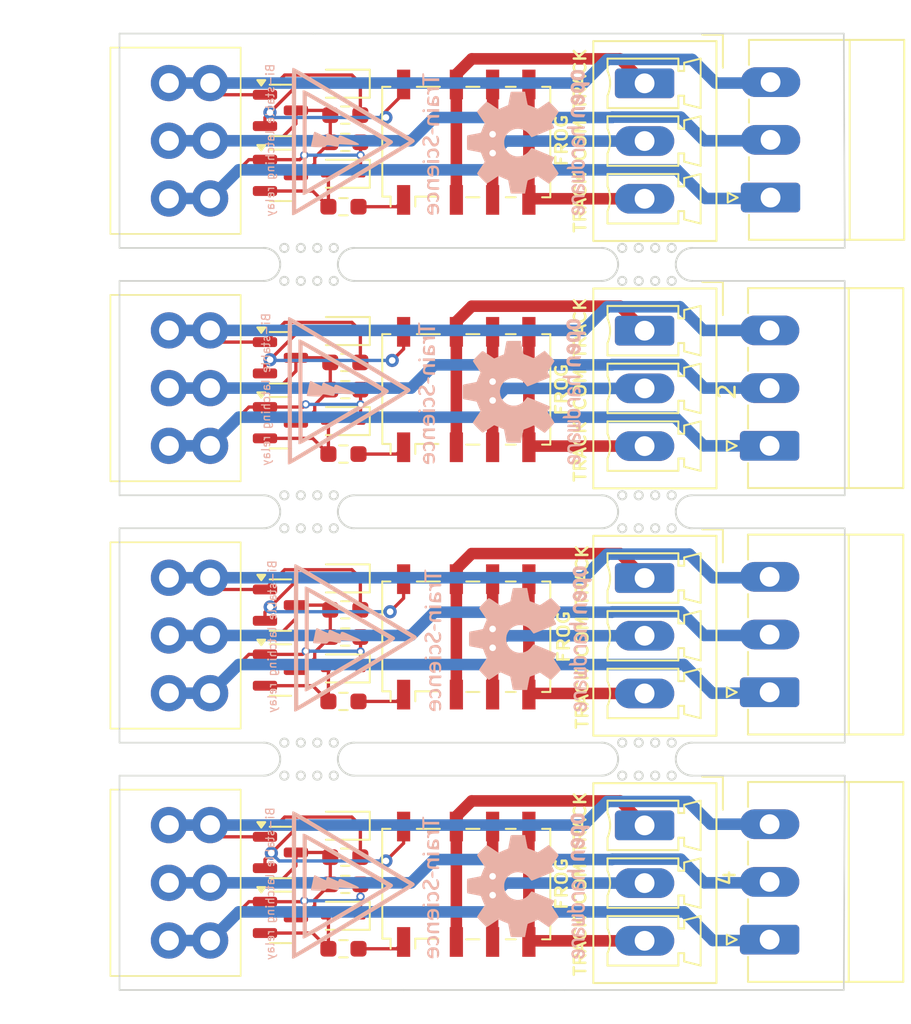
<source format=kicad_pcb>
(kicad_pcb (version 20240108) (generator "pcbnew") (generator_version "8.0")
  (layers (0 "F.Cu" signal) (31 "B.Cu" signal) (34 "B.Paste" user) (35 "F.Paste" user) (36 "B.SilkS" user "B.Silkscreen") (37 "F.SilkS" user "F.Silkscreen") (38 "B.Mask" user) (39 "F.Mask" user) (44 "Edge.Cuts" user))
  (net 0 "")
  (net 1 "/relay1/coilB")
  (net 2 "Net-(D1-A)")
  (net 3 "/relay1/coilA")
  (net 4 "Net-(D2-A)")
  (net 5 "/relay2/coilB")
  (net 6 "Net-(D3-A)")
  (net 7 "Net-(D4-A)")
  (net 8 "/relay2/coilA")
  (net 9 "Net-(D5-A)")
  (net 10 "/relay3/coilB")
  (net 11 "Net-(D6-A)")
  (net 12 "/relay3/coilA")
  (net 13 "/relay4/coilB")
  (net 14 "Net-(D7-A)")
  (net 15 "Net-(D8-A)")
  (net 16 "/relay4/coilA")
  (net 17 "/relay2/common")
  (net 18 "/relay1/common")
  (net 19 "/relay3/common")
  (net 20 "/relay4/common")
  (net 21 "/relay1/DCC_A")
  (net 22 "/relay1/DCC_B")
  (net 23 "Net-(J5-Pin_2)")
  (net 24 "/relay2/DCC_A")
  (net 25 "/relay2/DCC_B")
  (net 26 "Net-(J6-Pin_2)")
  (net 27 "Net-(J9-Pin_2)")
  (net 28 "/relay3/DCC_A")
  (net 29 "/relay3/DCC_B")
  (net 30 "/relay4/DCC_A")
  (net 31 "/relay4/DCC_B")
  (net 32 "Net-(J12-Pin_2)")
  (net 33 "Net-(K1-Pad1)")
  (net 34 "Net-(K2-Pad1)")
  (net 35 "Net-(K3-Pad1)")
  (net 36 "Net-(K4-Pad1)")
  (footprint "custom_kicad_lib_sk:mousebite" (layer "F.Cu") (at 113.5 86)
    (property "Reference" "REF**" (hide yes))
    (property "Value" "mousebite")
    (fp_arc (start -2.75 -1) (mid -1.75 0) (end -2.75 1) (stroke (width 0.12)) (layer "Edge.Cuts"))
    (fp_arc (start 2.75 1) (mid 1.75 0) (end 2.75 -1) (stroke (width 0.12)) (layer "Edge.Cuts"))
    (fp_circle (center -1.5 -1) (end -1.25 -1) (stroke (width 0.12)) (fill none) (layer "Edge.Cuts"))
    (fp_circle (center -1.5 1) (end -1.25 1) (stroke (width 0.12)) (fill none) (layer "Edge.Cuts"))
    (fp_circle (center -0.5 -1) (end -0.25 -1) (stroke (width 0.12)) (fill none) (layer "Edge.Cuts"))
    (fp_circle (center -0.5 1) (end -0.25 1) (stroke (width 0.12)) (fill none) (layer "Edge.Cuts"))
    (fp_circle (center 0.5 -1) (end 0.75 -1) (stroke (width 0.12)) (fill none) (layer "Edge.Cuts"))
    (fp_circle (center 0.5 1) (end 0.75 1) (stroke (width 0.12)) (fill none) (layer "Edge.Cuts"))
    (fp_circle (center 1.5 -1) (end 1.75 -1) (stroke (width 0.12)) (fill none) (layer "Edge.Cuts"))
    (fp_circle (center 1.5 1) (end 1.75 1) (stroke (width 0.12)) (fill none) (layer "Edge.Cuts"))
  )
  (footprint "custom_kicad_lib_sk:R_0603_smalltext" (layer "F.Cu") (at 95.0875 82.5)
    (property "Reference" "R9" (hide yes))
    (property "Value" "680R")
  )
  (footprint "Diode_SMD:D_SOD-323" (layer "F.Cu") (at 95.074 90.039 180)
    (property "Reference" "D3" (hide yes))
    (property "Value" "1N4148WS")
  )
  (footprint "Connector_Phoenix_MC:PhoenixContact_MC_1,5_3-G-3.5_1x03_P3.50mm_Horizontal" (layer "F.Cu") (at 120.943 111.945 90)
    (property "Reference" "J8" (hide yes))
    (property "Value" "Screw_Terminal_01x03" (hide yes))
  )
  (footprint "custom_kicad_lib_sk:R_0603_smalltext" (layer "F.Cu") (at 95.0875 112.5)
    (property "Reference" "R11" (hide yes))
    (property "Value" "680R")
  )
  (footprint "Connector_Phoenix_MC:PhoenixContact_MCV_1,5_3-G-3.5_1x03_P3.50mm_Vertical" (layer "F.Cu") (at 113.3575 120.0175 -90)
    (property "Reference" "J12" (hide yes))
    (property "Value" "Screw_Terminal_01x03")
  )
  (footprint "custom_kicad_lib_sk:mousebite" (layer "F.Cu") (at 113.5 116)
    (property "Reference" "REF**" (hide yes))
    (property "Value" "mousebite")
    (fp_arc (start -2.75 -1) (mid -1.75 0) (end -2.75 1) (stroke (width 0.12)) (layer "Edge.Cuts"))
    (fp_arc (start 2.75 1) (mid 1.75 0) (end 2.75 -1) (stroke (width 0.12)) (layer "Edge.Cuts"))
    (fp_circle (center -1.5 -1) (end -1.25 -1) (stroke (width 0.12)) (fill none) (layer "Edge.Cuts"))
    (fp_circle (center -1.5 1) (end -1.25 1) (stroke (width 0.12)) (fill none) (layer "Edge.Cuts"))
    (fp_circle (center -0.5 -1) (end -0.25 -1) (stroke (width 0.12)) (fill none) (layer "Edge.Cuts"))
    (fp_circle (center -0.5 1) (end -0.25 1) (stroke (width 0.12)) (fill none) (layer "Edge.Cuts"))
    (fp_circle (center 0.5 -1) (end 0.75 -1) (stroke (width 0.12)) (fill none) (layer "Edge.Cuts"))
    (fp_circle (center 0.5 1) (end 0.75 1) (stroke (width 0.12)) (fill none) (layer "Edge.Cuts"))
    (fp_circle (center 1.5 -1) (end 1.75 -1) (stroke (width 0.12)) (fill none) (layer "Edge.Cuts"))
    (fp_circle (center 1.5 1) (end 1.75 1) (stroke (width 0.12)) (fill none) (layer "Edge.Cuts"))
  )
  (footprint "Relay_SMD:Relay_DPDT_Omron_G6K-2F-Y" (layer "F.Cu") (at 102.5375 123.587 90)
    (property "Reference" "K4" (hide yes))
    (property "Value" "G6KU-2")
  )
  (footprint "custom_kicad_lib_sk:R_0603_smalltext" (layer "F.Cu") (at 95.201 121.944)
    (property "Reference" "R7" (hide yes))
    (property "Value" "22k")
  )
  (footprint "Package_TO_SOT_SMD:SOT-23" (layer "F.Cu") (at 91.264 76.66)
    (property "Reference" "Q1" (hide yes))
    (property "Value" "NPN_TOR")
  )
  (footprint "Connector_Phoenix_MC:PhoenixContact_MCV_1,5_3-G-3.5_1x03_P3.50mm_Vertical" (layer "F.Cu") (at 113.3575 75.0175 -90)
    (property "Reference" "J5" (hide yes))
    (property "Value" "Screw_Terminal_01x03")
  )
  (footprint "Package_TO_SOT_SMD:SOT-23" (layer "F.Cu") (at 91.264 106.66)
    (property "Reference" "Q5" (hide yes))
    (property "Value" "NPN_TOR")
  )
  (footprint "custom_kicad_lib_sk:R_0603_smalltext" (layer "F.Cu") (at 95.201 78.595)
    (property "Reference" "R2" (hide yes))
    (property "Value" "22k")
  )
  (footprint "Package_TO_SOT_SMD:SOT-23" (layer "F.Cu") (at 91.264 121.66)
    (property "Reference" "Q7" (hide yes))
    (property "Value" "NPN_TOR")
  )
  (footprint "Package_TO_SOT_SMD:SOT-23" (layer "F.Cu") (at 91.264 91.66)
    (property "Reference" "Q3" (hide yes))
    (property "Value" "NPN_TOR")
  )
  (footprint "Connector_Phoenix_MC:PhoenixContact_MCV_1,5_3-G-3.5_1x03_P3.50mm_Vertical" (layer "F.Cu") (at 113.3575 90.0175 -90)
    (property "Reference" "J6" (hide yes))
    (property "Value" "Screw_Terminal_01x03")
  )
  (footprint "custom_kicad_lib_sk:R_0603_smalltext" (layer "F.Cu") (at 95.201 108.595)
    (property "Reference" "R6" (hide yes))
    (property "Value" "22k")
  )
  (footprint "custom_kicad_lib_sk:R_0603_smalltext" (layer "F.Cu") (at 95.201 76.944)
    (property "Reference" "R1" (hide yes))
    (property "Value" "22k")
  )
  (footprint "Diode_SMD:D_SOD-323" (layer "F.Cu") (at 95.074 75.039 180)
    (property "Reference" "D1" (hide yes))
    (property "Value" "1N4148WS")
  )
  (footprint "custom_kicad_lib_sk:R_0603_smalltext" (layer "F.Cu") (at 95.201 106.944)
    (property "Reference" "R5" (hide yes))
    (property "Value" "22k")
  )
  (footprint "Diode_SMD:D_SOD-323" (layer "F.Cu") (at 95.074 95.5 180)
    (property "Reference" "D4" (hide yes))
    (property "Value" "1N4148WS")
  )
  (footprint "custom_kicad_lib_sk:connector_3.50mm_3P horizontal_MALE" (layer "F.Cu") (at 87 123.5 -90)
    (property "Reference" "J10" (hide yes))
    (property "Value" "Screw_Terminal_01x03" (hide yes))
  )
  (footprint "Connector_Phoenix_MC:PhoenixContact_MC_1,5_3-G-3.5_1x03_P3.50mm_Horizontal" (layer "F.Cu") (at 120.943 126.945 90)
    (property "Reference" "J11" (hide yes))
    (property "Value" "Screw_Terminal_01x03" (hide yes))
  )
  (footprint "Package_TO_SOT_SMD:SOT-23" (layer "F.Cu") (at 91.264 110.597)
    (property "Reference" "Q6" (hide yes))
    (property "Value" "NPN_TOR")
  )
  (footprint "Relay_SMD:Relay_DPDT_Omron_G6K-2F-Y" (layer "F.Cu") (at 102.5375 108.587 90)
    (property "Reference" "K3" (hide yes))
    (property "Value" "G6KU-2")
  )
  (footprint "Diode_SMD:D_SOD-323" (layer "F.Cu") (at 95.074 80.5 180)
    (property "Reference" "D2" (hide yes))
    (property "Value" "1N4148WS")
  )
  (footprint "custom_kicad_lib_sk:R_0603_smalltext" (layer "F.Cu") (at 95.0875 97.5)
    (property "Reference" "R10" (hide yes))
    (property "Value" "680R")
  )
  (footprint "Connector_Phoenix_MC:PhoenixContact_MC_1,5_3-G-3.5_1x03_P3.50mm_Horizontal" (layer "F.Cu") (at 120.943 97 90)
    (property "Reference" "J4" (hide yes))
    (property "Value" "Screw_Terminal_01x03" (hide yes))
  )
  (footprint "Diode_SMD:D_SOD-323" (layer "F.Cu") (at 95.074 120.039 180)
    (property "Reference" "D7" (hide yes))
    (property "Value" "1N4148WS")
  )
  (footprint "custom_kicad_lib_sk:mousebite" (layer "F.Cu") (at 113.5 101)
    (property "Reference" "REF**" (hide yes))
    (property "Value" "mousebite")
    (fp_arc (start -2.75 -1) (mid -1.75 0) (end -2.75 1) (stroke (width 0.12)) (layer "Edge.Cuts"))
    (fp_arc (start 2.75 1) (mid 1.75 0) (end 2.75 -1) (stroke (width 0.12)) (layer "Edge.Cuts"))
    (fp_circle (center -1.5 -1) (end -1.25 -1) (stroke (width 0.12)) (fill none) (layer "Edge.Cuts"))
    (fp_circle (center -1.5 1) (end -1.25 1) (stroke (width 0.12)) (fill none) (layer "Edge.Cuts"))
    (fp_circle (center -0.5 -1) (end -0.25 -1) (stroke (width 0.12)) (fill none) (layer "Edge.Cuts"))
    (fp_circle (center -0.5 1) (end -0.25 1) (stroke (width 0.12)) (fill none) (layer "Edge.Cuts"))
    (fp_circle (center 0.5 -1) (end 0.75 -1) (stroke (width 0.12)) (fill none) (layer "Edge.Cuts"))
    (fp_circle (center 0.5 1) (end 0.75 1) (stroke (width 0.12)) (fill none) (layer "Edge.Cuts"))
    (fp_circle (center 1.5 -1) (end 1.75 -1) (stroke (width 0.12)) (fill none) (layer "Edge.Cuts"))
    (fp_circle (center 1.5 1) (end 1.75 1) (stroke (width 0.12)) (fill none) (layer "Edge.Cuts"))
  )
  (footprint "Connector_Phoenix_MC:PhoenixContact_MC_1,5_3-G-3.5_1x03_P3.50mm_Horizontal" (layer "F.Cu") (at 121 81.945 90)
    (property "Reference" "J3" (hide yes))
    (property "Value" "Screw_Terminal_01x03" (hide yes))
  )
  (footprint "custom_kicad_lib_sk:connector_3.50mm_3P horizontal_MALE" (layer "F.Cu") (at 87 108.5 -90)
    (property "Reference" "J7" (hide yes))
    (property "Value" "Screw_Terminal_01x03" (hide yes))
  )
  (footprint "Diode_SMD:D_SOD-323" (layer "F.Cu") (at 95.074 110.5 180)
    (property "Reference" "D6" (hide yes))
    (property "Value" "1N4148WS")
  )
  (footprint "Package_TO_SOT_SMD:SOT-23" (layer "F.Cu") (at 91.264 125.597)
    (property "Reference" "Q8" (hide yes))
    (property "Value" "NPN_TOR")
  )
  (footprint "custom_kicad_lib_sk:R_0603_smalltext" (layer "F.Cu") (at 95.201 91.944)
    (property "Reference" "R3" (hide yes))
    (property "Value" "22k")
  )
  (footprint "custom_kicad_lib_sk:R_0603_smalltext" (layer "F.Cu") (at 95.201 123.595)
    (property "Reference" "R8" (hide yes))
    (property "Value" "22k")
  )
  (footprint "Package_TO_SOT_SMD:SOT-23" (layer "F.Cu") (at 91.264 80.597)
    (property "Reference" "Q2" (hide yes))
    (property "Value" "NPN_TOR")
  )
  (footprint "Relay_SMD:Relay_DPDT_Omron_G6K-2F-Y" (layer "F.Cu") (at 102.5375 93.587 90)
    (property "Reference" "K2" (hide yes))
    (property "Value" "G6KU-2")
  )
  (footprint "custom_kicad_lib_sk:mousebite" (layer "F.Cu") (at 93 86)
    (property "Reference" "REF**" (hide yes))
    (property "Value" "mousebite")
    (fp_arc (start -2.75 -1) (mid -1.75 0) (end -2.75 1) (stroke (width 0.12)) (layer "Edge.Cuts"))
    (fp_arc (start 2.75 1) (mid 1.75 0) (end 2.75 -1) (stroke (width 0.12)) (layer "Edge.Cuts"))
    (fp_circle (center -1.5 -1) (end -1.25 -1) (stroke (width 0.12)) (fill none) (layer "Edge.Cuts"))
    (fp_circle (center -1.5 1) (end -1.25 1) (stroke (width 0.12)) (fill none) (layer "Edge.Cuts"))
    (fp_circle (center -0.5 -1) (end -0.25 -1) (stroke (width 0.12)) (fill none) (layer "Edge.Cuts"))
    (fp_circle (center -0.5 1) (end -0.25 1) (stroke (width 0.12)) (fill none) (layer "Edge.Cuts"))
    (fp_circle (center 0.5 -1) (end 0.75 -1) (stroke (width 0.12)) (fill none) (layer "Edge.Cuts"))
    (fp_circle (center 0.5 1) (end 0.75 1) (stroke (width 0.12)) (fill none) (layer "Edge.Cuts"))
    (fp_circle (center 1.5 -1) (end 1.75 -1) (stroke (width 0.12)) (fill none) (layer "Edge.Cuts"))
    (fp_circle (center 1.5 1) (end 1.75 1) (stroke (width 0.12)) (fill none) (layer "Edge.Cuts"))
  )
  (footprint "custom_kicad_lib_sk:mousebite" (layer "F.Cu") (at 93 116)
    (property "Reference" "REF**" (hide yes))
    (property "Value" "mousebite")
    (fp_arc (start -2.75 -1) (mid -1.75 0) (end -2.75 1) (stroke (width 0.12)) (layer "Edge.Cuts"))
    (fp_arc (start 2.75 1) (mid 1.75 0) (end 2.75 -1) (stroke (width 0.12)) (layer "Edge.Cuts"))
    (fp_circle (center -1.5 -1) (end -1.25 -1) (stroke (width 0.12)) (fill none) (layer "Edge.Cuts"))
    (fp_circle (center -1.5 1) (end -1.25 1) (stroke (width 0.12)) (fill none) (layer "Edge.Cuts"))
    (fp_circle (center -0.5 -1) (end -0.25 -1) (stroke (width 0.12)) (fill none) (layer "Edge.Cuts"))
    (fp_circle (center -0.5 1) (end -0.25 1) (stroke (width 0.12)) (fill none) (layer "Edge.Cuts"))
    (fp_circle (center 0.5 -1) (end 0.75 -1) (stroke (width 0.12)) (fill none) (layer "Edge.Cuts"))
    (fp_circle (center 0.5 1) (end 0.75 1) (stroke (width 0.12)) (fill none) (layer "Edge.Cuts"))
    (fp_circle (center 1.5 -1) (end 1.75 -1) (stroke (width 0.12)) (fill none) (layer "Edge.Cuts"))
    (fp_circle (center 1.5 1) (end 1.75 1) (stroke (width 0.12)) (fill none) (layer "Edge.Cuts"))
  )
  (footprint "Connector_Phoenix_MC:PhoenixContact_MCV_1,5_3-G-3.5_1x03_P3.50mm_Vertical" (layer "F.Cu") (at 113.3575 105.0175 -90)
    (property "Reference" "J9" (hide yes))
    (property "Value" "Screw_Terminal_01x03")
  )
  (footprint "Relay_SMD:Relay_DPDT_Omron_G6K-2F-Y" (layer "F.Cu") (at 102.5375 78.587 90)
    (property "Reference" "K1" (hide yes))
    (property "Value" "G6KU-2")
  )
  (footprint "Diode_SMD:D_SOD-323" (layer "F.Cu") (at 95.074 125.5 180)
    (property "Reference" "D8" (hide yes))
    (property "Value" "1N4148WS")
  )
  (footprint "Package_TO_SOT_SMD:SOT-23" (layer "F.Cu") (at 91.264 95.597)
    (property "Reference" "Q4" (hide yes))
    (property "Value" "NPN_TOR")
  )
  (footprint "custom_kicad_lib_sk:connector_3.50mm_3P horizontal_MALE" (layer "F.Cu") (at 87 93.5 -90)
    (property "Reference" "J1" (hide yes))
    (property "Value" "Screw_Terminal_01x03" (hide yes))
  )
  (footprint "custom_kicad_lib_sk:connector_3.50mm_3P horizontal_MALE" (layer "F.Cu") (at 87 78.5 -90)
    (property "Reference" "J2" (hide yes))
    (property "Value" "Screw_Terminal_01x03" (hide yes))
  )
  (footprint "Diode_SMD:D_SOD-323" (layer "F.Cu") (at 95.074 105.039 180)
    (property "Reference" "D5" (hide yes))
    (property "Value" "1N4148WS")
  )
  (footprint "custom_kicad_lib_sk:R_0603_smalltext" (layer "F.Cu") (at 95.201 93.595)
    (property "Reference" "R4" (hide yes))
    (property "Value" "22k")
  )
  (footprint "custom_kicad_lib_sk:mousebite" (layer "F.Cu") (at 93 101)
    (property "Reference" "REF**" (hide yes))
    (property "Value" "mousebite")
    (fp_arc (start -2.75 -1) (mid -1.75 0) (end -2.75 1) (stroke (width 0.12)) (layer "Edge.Cuts"))
    (fp_arc (start 2.75 1) (mid 1.75 0) (end 2.75 -1) (stroke (width 0.12)) (layer "Edge.Cuts"))
    (fp_circle (center -1.5 -1) (end -1.25 -1) (stroke (width 0.12)) (fill none) (layer "Edge.Cuts"))
    (fp_circle (center -1.5 1) (end -1.25 1) (stroke (width 0.12)) (fill none) (layer "Edge.Cuts"))
    (fp_circle (center -0.5 -1) (end -0.25 -1) (stroke (width 0.12)) (fill none) (layer "Edge.Cuts"))
    (fp_circle (center -0.5 1) (end -0.25 1) (stroke (width 0.12)) (fill none) (layer "Edge.Cuts"))
    (fp_circle (center 0.5 -1) (end 0.75 -1) (stroke (width 0.12)) (fill none) (layer "Edge.Cuts"))
    (fp_circle (center 0.5 1) (end 0.75 1) (stroke (width 0.12)) (fill none) (layer "Edge.Cuts"))
    (fp_circle (center 1.5 -1) (end 1.75 -1) (stroke (width 0.12)) (fill none) (layer "Edge.Cuts"))
    (fp_circle (center 1.5 1) (end 1.75 1) (stroke (width 0.12)) (fill none) (layer "Edge.Cuts"))
  )
  (footprint "custom_kicad_lib_sk:R_0603_smalltext" (layer "F.Cu") (at 95.0875 127.5)
    (property "Reference" "R12" (hide yes))
    (property "Value" "680R")
  )
  (footprint "Symbol:OSHW-Logo2_9.8x8mm_SilkScreen" (layer "B.Cu") (at 106.299 78.613 -90)
    (property "Reference" "REF**" (hide yes))
    (property "Value" "OSHW-Logo2_9.8x8mm_SilkScreen" (hide yes))
  )
  (footprint "custom_kicad_lib_sk:Train-Science logo small" (layer "B.Cu") (at 96.647 108.712 -90)
    (property "Reference" "G***" (hide yes))
    (property "Value" "LOGO" (hide yes))
  )
  (footprint "Symbol:OSHW-Logo2_9.8x8mm_SilkScreen" (layer "B.Cu") (at 106.299 123.698 -90)
    (property "Reference" "REF**" (hide yes))
    (property "Value" "OSHW-Logo2_9.8x8mm_SilkScreen" (hide yes))
  )
  (footprint "custom_kicad_lib_sk:Train-Science logo small" (layer "B.Cu") (at 96.266 93.726 -90)
    (property "Reference" "G***" (hide yes))
    (property "Value" "LOGO" (hide yes))
  )
  (footprint "Symbol:OSHW-Logo2_9.8x8mm_SilkScreen" (layer "B.Cu") (at 106.426 108.712 -90)
    (property "Reference" "REF**" (hide yes))
    (property "Value" "OSHW-Logo2_9.8x8mm_SilkScreen" (hide yes))
  )
  (footprint "custom_kicad_lib_sk:Train-Science logo small" (layer "B.Cu") (at 96.52 78.613 -90)
    (property "Reference" "G***" (hide yes))
    (property "Value" "LOGO" (hide yes))
  )
  (footprint "custom_kicad_lib_sk:Train-Science logo small" (layer "B.Cu") (at 96.52 123.698 -90)
    (property "Reference" "G***" (hide yes))
    (property "Value" "LOGO" (hide yes))
  )
  (footprint "Symbol:OSHW-Logo2_9.8x8mm_SilkScreen" (layer "B.Cu") (at 106.045 93.726 -90)
    (property "Reference" "REF**" (hide yes))
    (property "Value" "OSHW-Logo2_9.8x8mm_SilkScreen" (hide yes))
  )
  (gr_line (start 125.5 85) (end 125.443 72) (stroke (width 0.1)) (layer "Edge.Cuts"))
  (gr_line (start 90.25 85) (end 81.5 85) (stroke (width 0.1)) (layer "Edge.Cuts"))
  (gr_line (start 125.5 117) (end 125.443 130) (stroke (width 0.1)) (layer "Edge.Cuts"))
  (gr_line (start 116.25 87) (end 125.5 87) (stroke (width 0.1)) (layer "Edge.Cuts"))
  (gr_line (start 116.25 100) (end 125.5 100) (stroke (width 0.1)) (layer "Edge.Cuts"))
  (gr_line (start 81.5 72) (end 81.5 85) (stroke (width 0.1)) (layer "Edge.Cuts"))
  (gr_line (start 116.25 115) (end 125.5 115) (stroke (width 0.1)) (layer "Edge.Cuts"))
  (gr_line (start 81.5 117) (end 81.5 130) (stroke (width 0.1)) (layer "Edge.Cuts"))
  (gr_line (start 93.25 72) (end 125.443 72) (stroke (width 0.1)) (layer "Edge.Cuts"))
  (gr_line (start 81.5 87) (end 81.5 100) (stroke (width 0.1)) (layer "Edge.Cuts"))
  (gr_line (start 95.75 85) (end 110.75 85) (stroke (width 0.1)) (layer "Edge.Cuts"))
  (gr_line (start 95.75 115) (end 110.75 115) (stroke (width 0.1)) (layer "Edge.Cuts"))
  (gr_line (start 116.25 102) (end 125.5 102) (stroke (width 0.1)) (layer "Edge.Cuts"))
  (gr_line (start 95.75 102) (end 110.75 102) (stroke (width 0.1)) (layer "Edge.Cuts"))
  (gr_line (start 90.25 117) (end 81.5 117) (stroke (width 0.1)) (layer "Edge.Cuts"))
  (gr_line (start 116.25 85) (end 125.5 85) (stroke (width 0.1)) (layer "Edge.Cuts"))
  (gr_line (start 93.25 72) (end 81.5 72) (stroke (width 0.1)) (layer "Edge.Cuts"))
  (gr_line (start 125.5 115) (end 125.5 102) (stroke (width 0.1)) (layer "Edge.Cuts"))
  (gr_line (start 98.75 130) (end 108.5 130) (stroke (width 0.1)) (layer "Edge.Cuts"))
  (gr_line (start 95.75 87) (end 110.75 87) (stroke (width 0.1)) (layer "Edge.Cuts"))
  (gr_line (start 116.25 117) (end 125.5 117) (stroke (width 0.1)) (layer "Edge.Cuts"))
  (gr_line (start 95.75 117) (end 110.75 117) (stroke (width 0.1)) (layer "Edge.Cuts"))
  (gr_line (start 95.75 100) (end 110.75 100) (stroke (width 0.1)) (layer "Edge.Cuts"))
  (gr_line (start 90.25 115) (end 81.5 115) (stroke (width 0.1)) (layer "Edge.Cuts"))
  (gr_line (start 81.5 130) (end 98.75 130) (stroke (width 0.1)) (layer "Edge.Cuts"))
  (gr_line (start 90.25 100) (end 81.5 100) (stroke (width 0.1)) (layer "Edge.Cuts"))
  (gr_line (start 81.5 102) (end 81.5 115) (stroke (width 0.1)) (layer "Edge.Cuts"))
  (gr_line (start 90.25 87) (end 81.5 87) (stroke (width 0.1)) (layer "Edge.Cuts"))
  (gr_line (start 90.25 102) (end 81.5 102) (stroke (width 0.1)) (layer "Edge.Cuts"))
  (gr_line (start 125.5 100) (end 125.5 87) (stroke (width 0.1)) (layer "Edge.Cuts"))
  (gr_line (start 125.443 130) (end 108.5 130) (stroke (width 0.1)) (layer "Edge.Cuts"))
  (gr_text "Bi-stable latching relay" (at 90.932 73.787 90) (layer "B.SilkS") (effects (font (size 0.5 0.5) (thickness 0.075)) (justify left bottom mirror)))
  (gr_text "Bi-stable latching relay" (at 90.678 88.9 90) (layer "B.SilkS") (effects (font (size 0.5 0.5) (thickness 0.075)) (justify left bottom mirror)))
  (gr_text "Bi-stable latching relay" (at 90.932 118.872 90) (layer "B.SilkS") (effects (font (size 0.5 0.5) (thickness 0.075)) (justify left bottom mirror)))
  (gr_text "Bi-stable latching relay" (at 91.059 103.886 90) (layer "B.SilkS") (effects (font (size 0.5 0.5) (thickness 0.075)) (justify left bottom mirror)))
  (gr_text "FROG\nTRACK COM TRACK" (at 109.855 78.486 90) (layer "F.SilkS") (effects (font (size 0.7 0.8)) (justify bottom)))
  (gr_text "2" (at 118.943 93.714 90) (layer "F.SilkS") (effects (font (size 1 1)) (justify bottom)))
  (gr_text "FROG\nTRACK COM TRACK" (at 109.982 108.585 90) (layer "F.SilkS") (effects (font (size 0.7 0.8)) (justify bottom)))
  (gr_text "4" (at 118.943 123.214 90) (layer "F.SilkS") (effects (font (size 1 1)) (justify bottom)))
  (gr_text "FROG\nTRACK COM TRACK" (at 109.855 93.599 90) (layer "F.SilkS") (effects (font (size 0.7 0.8)) (justify bottom)))
  (gr_text "FROG\nTRACK COM TRACK" (at 109.855 123.571 90) (layer "F.SilkS") (effects (font (size 0.7 0.8)) (justify bottom)))
  (segment (start 96.1135 76.944) (end 96.1135 75.0495) (width 0.2) (layer "F.Cu") (net 1))
  (segment (start 90.3265 75.71) (end 87.71 75.71) (width 0.2) (layer "F.Cu") (net 1))
  (segment (start 87.71 75.71) (end 87 75) (width 0.2) (layer "F.Cu") (net 1))
  (segment (start 96.1135 75.0495) (end 96.124 75.039) (width 0.2) (layer "F.Cu") (net 1))
  (segment (start 91.5225 74.514) (end 95.599 74.514) (width 0.2) (layer "F.Cu") (net 1))
  (segment (start 90.3265 75.71) (end 91.5225 74.514) (width 0.2) (layer "F.Cu") (net 1))
  (segment (start 95.599 74.514) (end 96.124 75.039) (width 0.2) (layer "F.Cu") (net 1))
  (segment (start 120.943 75) (end 117.672 75) (width 0.7) (layer "B.Cu") (net 1))
  (segment (start 116.2395 73.5675) (end 111.0905 73.5675) (width 0.7) (layer "B.Cu") (net 1))
  (segment (start 109.658 75) (end 84.5 75) (width 0.7) (layer "B.Cu") (net 1))
  (segment (start 117.672 75) (end 116.2395 73.5675) (width 0.7) (layer "B.Cu") (net 1))
  (segment (start 111.0905 73.5675) (end 109.658 75) (width 0.7) (layer "B.Cu") (net 1))
  (segment (start 90.3265 77.088052) (end 90.3265 77.61) (width 0.2) (layer "F.Cu") (net 2))
  (segment (start 94.024 75.039) (end 92.375552 75.039) (width 0.2) (layer "F.Cu") (net 2))
  (segment (start 98.7375 75.6335) (end 97.663 76.708) (width 0.2) (layer "F.Cu") (net 2))
  (segment (start 97.663 76.708) (end 97.663 77.089) (width 0.2) (layer "F.Cu") (net 2))
  (segment (start 98.7375 75.087) (end 98.7375 75.6335) (width 0.2) (layer "F.Cu") (net 2))
  (segment (start 90.628776 76.785776) (end 90.3265 77.088052) (width 0.2) (layer "F.Cu") (net 2))
  (segment (start 92.375552 75.039) (end 90.628776 76.785776) (width 0.2) (layer "F.Cu") (net 2))
  (via (at 90.628776 76.785776) (size 0.8) (drill 0.4) (layers "F.Cu" "B.Cu") (net 2))
  (via (at 97.663 77.089) (size 0.8) (drill 0.4) (layers "F.Cu" "B.Cu") (net 2))
  (segment (start 97.663 77.089) (end 90.932 77.089) (width 0.2) (layer "B.Cu") (net 2))
  (segment (start 90.932 77.089) (end 90.628776 76.785776) (width 0.2) (layer "B.Cu") (net 2))
  (segment (start 92.438 79.647) (end 92.71 79.375) (width 0.2) (layer "F.Cu") (net 3))
  (segment (start 96.124 78.6055) (end 96.1135 78.595) (width 0.2) (layer "F.Cu") (net 3))
  (segment (start 90.3265 79.647) (end 89.353 79.647) (width 0.2) (layer "F.Cu") (net 3))
  (segment (start 90.3265 79.647) (end 92.438 79.647) (width 0.2) (layer "F.Cu") (net 3))
  (segment (start 89.353 79.647) (end 87 82) (width 0.2) (layer "F.Cu") (net 3))
  (segment (start 96.124 79.375) (end 96.124 78.6055) (width 0.2) (layer "F.Cu") (net 3))
  (segment (start 96.124 80.5) (end 96.124 79.375) (width 0.2) (layer "F.Cu") (net 3))
  (via (at 96.124 79.375) (size 0.5) (drill 0.3) (layers "F.Cu" "B.Cu") (net 3))
  (via (at 92.71 79.375) (size 0.5) (drill 0.3) (layers "F.Cu" "B.Cu") (net 3))
  (segment (start 115.316 80.264) (end 88.736 80.264) (width 0.7) (layer "B.Cu") (net 3))
  (segment (start 88.736 80.264) (end 87 82) (width 0.7) (layer "B.Cu") (net 3))
  (segment (start 117.052 82) (end 115.316 80.264) (width 0.7) (layer "B.Cu") (net 3))
  (segment (start 120.943 82) (end 117.052 82) (width 0.7) (layer "B.Cu") (net 3))
  (segment (start 92.71 79.375) (end 96.124 79.375) (width 0.2) (layer "B.Cu") (net 3))
  (segment (start 84.5 82) (end 87 82) (width 0.7) (layer "B.Cu") (net 3))
  (segment (start 93.222 81.547) (end 94.175 82.5) (width 0.2) (layer "F.Cu") (net 4))
  (segment (start 90.3265 81.547) (end 93.222 81.547) (width 0.2) (layer "F.Cu") (net 4))
  (segment (start 94.175 82.5) (end 94.175 80.651) (width 0.2) (layer "F.Cu") (net 4))
  (segment (start 94.175 80.651) (end 94.024 80.5) (width 0.2) (layer "F.Cu") (net 4))
  (segment (start 96.1135 90.0495) (end 96.124 90.039) (width 0.2) (layer "F.Cu") (net 5))
  (segment (start 91.5225 89.514) (end 95.599 89.514) (width 0.2) (layer "F.Cu") (net 5))
  (segment (start 95.599 89.514) (end 96.124 90.039) (width 0.2) (layer "F.Cu") (net 5))
  (segment (start 90.3265 90.71) (end 91.5225 89.514) (width 0.2) (layer "F.Cu") (net 5))
  (segment (start 96.1135 91.944) (end 96.1135 90.0495) (width 0.2) (layer "F.Cu") (net 5))
  (segment (start 87.71 90.71) (end 87 90) (width 0.2) (layer "F.Cu") (net 5))
  (segment (start 90.3265 90.71) (end 87.71 90.71) (width 0.2) (layer "F.Cu") (net 5))
  (segment (start 120.943 90) (end 116.924 90) (width 0.7) (layer "B.Cu") (net 5))
  (segment (start 111.0905 88.5675) (end 109.658 90) (width 0.7) (layer "B.Cu") (net 5))
  (segment (start 115.4915 88.5675) (end 111.0905 88.5675) (width 0.7) (layer "B.Cu") (net 5))
  (segment (start 116.924 90) (end 115.4915 88.5675) (width 0.7) (layer "B.Cu") (net 5))
  (segment (start 109.658 90) (end 84.5 90) (width 0.7) (layer "B.Cu") (net 5))
  (segment (start 94.024 90.039) (end 92.375552 90.039) (width 0.2) (layer "F.Cu") (net 6))
  (segment (start 98.7375 90.087) (end 98.7375 91.1275) (width 0.2) (layer "F.Cu") (net 6))
  (segment (start 92.375552 90.039) (end 90.635776 91.778776) (width 0.2) (layer "F.Cu") (net 6))
  (segment (start 90.635776 91.778776) (end 90.3265 92.088052) (width 0.2) (layer "F.Cu") (net 6))
  (segment (start 98.7375 91.1275) (end 98.044 91.821) (width 0.2) (layer "F.Cu") (net 6))
  (segment (start 90.3265 92.088052) (end 90.3265 92.61) (width 0.2) (layer "F.Cu") (net 6))
  (via (at 98.044 91.821) (size 0.8) (drill 0.4) (layers "F.Cu" "B.Cu") (net 6))
  (via (at 90.635776 91.778776) (size 0.8) (drill 0.4) (layers "F.Cu" "B.Cu") (net 6))
  (segment (start 90.678 91.821) (end 90.635776 91.778776) (width 0.2) (layer "B.Cu") (net 6))
  (segment (start 98.044 91.821) (end 90.678 91.821) (width 0.2) (layer "B.Cu") (net 6))
  (segment (start 94.175 95.651) (end 94.024 95.5) (width 0.2) (layer "F.Cu") (net 7))
  (segment (start 93.222 96.547) (end 94.175 97.5) (width 0.2) (layer "F.Cu") (net 7))
  (segment (start 94.175 97.5) (end 94.175 95.651) (width 0.2) (layer "F.Cu") (net 7))
  (segment (start 90.3265 96.547) (end 93.222 96.547) (width 0.2) (layer "F.Cu") (net 7))
  (segment (start 96.124 95.5) (end 96.124 94.488) (width 0.2) (layer "F.Cu") (net 8))
  (segment (start 96.124 93.6055) (end 96.1135 93.595) (width 0.2) (layer "F.Cu") (net 8))
  (segment (start 92.634508 94.647) (end 92.796104 94.485404) (width 0.2) (layer "F.Cu") (net 8))
  (segment (start 90.3265 94.647) (end 92.634508 94.647) (width 0.2) (layer "F.Cu") (net 8))
  (segment (start 96.124 94.488) (end 96.124 93.6055) (width 0.2) (layer "F.Cu") (net 8))
  (segment (start 89.353 94.647) (end 87 97) (width 0.2) (layer "F.Cu") (net 8))
  (segment (start 90.3265 94.647) (end 89.353 94.647) (width 0.2) (layer "F.Cu") (net 8))
  (via (at 96.124 94.488) (size 0.5) (drill 0.3) (layers "F.Cu" "B.Cu") (net 8))
  (via (at 92.796104 94.485404) (size 0.5) (drill 0.3) (layers "F.Cu" "B.Cu") (net 8))
  (segment (start 92.796104 94.485404) (end 96.121404 94.485404) (width 0.2) (layer "B.Cu") (net 8))
  (segment (start 115.203 95.264) (end 88.736 95.264) (width 0.7) (layer "B.Cu") (net 8))
  (segment (start 116.939 97) (end 115.203 95.264) (width 0.7) (layer "B.Cu") (net 8))
  (segment (start 84.5 97) (end 87 97) (width 0.7) (layer "B.Cu") (net 8))
  (segment (start 120.943 97) (end 116.939 97) (width 0.7) (layer "B.Cu") (net 8))
  (segment (start 88.736 95.264) (end 87 97) (width 0.7) (layer "B.Cu") (net 8))
  (segment (start 96.121404 94.485404) (end 96.124 94.488) (width 0.2) (layer "B.Cu") (net 8))
  (segment (start 94.024 105.039) (end 92.375552 105.039) (width 0.2) (layer "F.Cu") (net 9))
  (segment (start 98.7375 105.087) (end 98.7375 106.2405) (width 0.2) (layer "F.Cu") (net 9))
  (segment (start 92.375552 105.039) (end 90.642776 106.771776) (width 0.2) (layer "F.Cu") (net 9))
  (segment (start 90.3265 107.088052) (end 90.3265 107.61) (width 0.2) (layer "F.Cu") (net 9))
  (segment (start 90.642776 106.771776) (end 90.3265 107.088052) (width 0.2) (layer "F.Cu") (net 9))
  (segment (start 98.7375 106.2405) (end 97.917 107.061) (width 0.2) (layer "F.Cu") (net 9))
  (via (at 90.642776 106.771776) (size 0.8) (drill 0.4) (layers "F.Cu" "B.Cu") (net 9))
  (via (at 97.917 107.061) (size 0.8) (drill 0.4) (layers "F.Cu" "B.Cu") (net 9))
  (segment (start 97.917 107.061) (end 90.932 107.061) (width 0.2) (layer "B.Cu") (net 9))
  (segment (start 90.932 107.061) (end 90.642776 106.771776) (width 0.2) (layer "B.Cu") (net 9))
  (segment (start 87.71 105.71) (end 87 105) (width 0.2) (layer "F.Cu") (net 10))
  (segment (start 91.5225 104.514) (end 95.599 104.514) (width 0.2) (layer "F.Cu") (net 10))
  (segment (start 95.599 104.514) (end 96.124 105.039) (width 0.2) (layer "F.Cu") (net 10))
  (segment (start 90.3265 105.71) (end 87.71 105.71) (width 0.2) (layer "F.Cu") (net 10))
  (segment (start 96.1135 106.944) (end 96.1135 105.0495) (width 0.2) (layer "F.Cu") (net 10))
  (segment (start 90.3265 105.71) (end 91.5225 104.514) (width 0.2) (layer "F.Cu") (net 10))
  (segment (start 96.1135 105.0495) (end 96.124 105.039) (width 0.2) (layer "F.Cu") (net 10))
  (segment (start 117.5 105) (end 116.0675 103.5675) (width 0.7) (layer "B.Cu") (net 10))
  (segment (start 120.943 105) (end 117.5 105) (width 0.7) (layer "B.Cu") (net 10))
  (segment (start 109.658 105) (end 84.5 105) (width 0.7) (layer "B.Cu") (net 10))
  (segment (start 116.0675 103.5675) (end 111.0905 103.5675) (width 0.7) (layer "B.Cu") (net 10))
  (segment (start 111.0905 103.5675) (end 109.658 105) (width 0.7) (layer "B.Cu") (net 10))
  (segment (start 94.175 110.651) (end 94.024 110.5) (width 0.2) (layer "F.Cu") (net 11))
  (segment (start 90.3265 111.547) (end 93.222 111.547) (width 0.2) (layer "F.Cu") (net 11))
  (segment (start 93.222 111.547) (end 94.175 112.5) (width 0.2) (layer "F.Cu") (net 11))
  (segment (start 94.175 112.5) (end 94.175 110.651) (width 0.2) (layer "F.Cu") (net 11))
  (segment (start 90.3265 109.647) (end 89.353 109.647) (width 0.2) (layer "F.Cu") (net 12))
  (segment (start 96.124 108.6055) (end 96.1135 108.595) (width 0.2) (layer "F.Cu") (net 12))
  (segment (start 92.605978 109.647) (end 92.799007 109.453971) (width 0.2) (layer "F.Cu") (net 12))
  (segment (start 96.124 109.474) (end 96.124 108.6055) (width 0.2) (layer "F.Cu") (net 12))
  (segment (start 90.3265 109.647) (end 92.605978 109.647) (width 0.2) (layer "F.Cu") (net 12))
  (segment (start 89.353 109.647) (end 87 112) (width 0.2) (layer "F.Cu") (net 12))
  (segment (start 96.124 110.5) (end 96.124 109.474) (width 0.2) (layer "F.Cu") (net 12))
  (via (at 96.124 109.474) (size 0.5) (drill 0.3) (layers "F.Cu" "B.Cu") (net 12))
  (via (at 92.799007 109.453971) (size 0.5) (drill 0.3) (layers "F.Cu" "B.Cu") (net 12))
  (segment (start 92.799007 109.453971) (end 96.103971 109.453971) (width 0.2) (layer "B.Cu") (net 12))
  (segment (start 96.103971 109.453971) (end 96.124 109.474) (width 0.2) (layer "B.Cu") (net 12))
  (segment (start 117.4715 112) (end 115.7355 110.264) (width 0.7) (layer "B.Cu") (net 12))
  (segment (start 115.7355 110.264) (end 88.736 110.264) (width 0.7) (layer "B.Cu") (net 12))
  (segment (start 84.5 112) (end 87 112) (width 0.7) (layer "B.Cu") (net 12))
  (segment (start 88.736 110.264) (end 87 112) (width 0.7) (layer "B.Cu") (net 12))
  (segment (start 120.943 112) (end 117.4715 112) (width 0.7) (layer "B.Cu") (net 12))
  (segment (start 91.5225 119.514) (end 95.599 119.514) (width 0.2) (layer "F.Cu") (net 13))
  (segment (start 96.1135 121.944) (end 96.1135 120.0495) (width 0.2) (layer "F.Cu") (net 13))
  (segment (start 95.599 119.514) (end 96.124 120.039) (width 0.2) (layer "F.Cu") (net 13))
  (segment (start 90.3265 120.71) (end 87.71 120.71) (width 0.2) (layer "F.Cu") (net 13))
  (segment (start 87.71 120.71) (end 87 120) (width 0.2) (layer "F.Cu") (net 13))
  (segment (start 90.3265 120.71) (end 91.5225 119.514) (width 0.2) (layer "F.Cu") (net 13))
  (segment (start 96.1135 120.0495) (end 96.124 120.039) (width 0.2) (layer "F.Cu") (net 13))
  (segment (start 120.943 119.945) (end 117.3775 119.945) (width 0.7) (layer "B.Cu") (net 13))
  (segment (start 116 118.5675) (end 111.0905 118.5675) (width 0.7) (layer "B.Cu") (net 13))
  (segment (start 109.658 120) (end 84.5 120) (width 0.7) (layer "B.Cu") (net 13))
  (segment (start 111.0905 118.5675) (end 109.658 120) (width 0.7) (layer "B.Cu") (net 13))
  (segment (start 117.3775 119.945) (end 116 118.5675) (width 0.7) (layer "B.Cu") (net 13))
  (segment (start 90.3265 122.088052) (end 90.3265 122.61) (width 0.2) (layer "F.Cu") (net 14))
  (segment (start 92.375552 120.039) (end 90.713276 121.701276) (width 0.2) (layer "F.Cu") (net 14))
  (segment (start 94.024 120.039) (end 92.375552 120.039) (width 0.2) (layer "F.Cu") (net 14))
  (segment (start 98.7375 121.0995) (end 97.663 122.174) (width 0.2) (layer "F.Cu") (net 14))
  (segment (start 98.7375 120.087) (end 98.7375 121.0995) (width 0.2) (layer "F.Cu") (net 14))
  (segment (start 90.713276 121.701276) (end 90.3265 122.088052) (width 0.2) (layer "F.Cu") (net 14))
  (via (at 97.663 122.174) (size 0.8) (drill 0.4) (layers "F.Cu" "B.Cu") (net 14))
  (via (at 90.713276 121.701276) (size 0.8) (drill 0.4) (layers "F.Cu" "B.Cu") (net 14))
  (segment (start 97.663 122.174) (end 91.186 122.174) (width 0.2) (layer "B.Cu") (net 14))
  (segment (start 91.186 122.174) (end 90.713276 121.701276) (width 0.2) (layer "B.Cu") (net 14))
  (segment (start 93.222 126.547) (end 94.175 127.5) (width 0.2) (layer "F.Cu") (net 15))
  (segment (start 94.175 125.651) (end 94.024 125.5) (width 0.2) (layer "F.Cu") (net 15))
  (segment (start 94.175 127.5) (end 94.175 125.651) (width 0.2) (layer "F.Cu") (net 15))
  (segment (start 90.3265 126.547) (end 93.222 126.547) (width 0.2) (layer "F.Cu") (net 15))
  (segment (start 96.124 125.5) (end 96.124 124.333) (width 0.2) (layer "F.Cu") (net 16))
  (segment (start 89.353 124.647) (end 87 127) (width 0.2) (layer "F.Cu") (net 16))
  (segment (start 90.3265 124.647) (end 92.65 124.647) (width 0.2) (layer "F.Cu") (net 16))
  (segment (start 92.65 124.647) (end 92.71 124.587) (width 0.2) (layer "F.Cu") (net 16))
  (segment (start 96.124 123.6055) (end 96.1135 123.595) (width 0.2) (layer "F.Cu") (net 16))
  (segment (start 90.3265 124.647) (end 89.353 124.647) (width 0.2) (layer "F.Cu") (net 16))
  (segment (start 96.124 124.333) (end 96.124 123.6055) (width 0.2) (layer "F.Cu") (net 16))
  (via (at 92.71 124.587) (size 0.5) (drill 0.3) (layers "F.Cu" "B.Cu") (net 16))
  (via (at 96.124 124.333) (size 0.5) (drill 0.3) (layers "F.Cu" "B.Cu") (net 16))
  (segment (start 115.764 125.264) (end 88.736 125.264) (width 0.7) (layer "B.Cu") (net 16))
  (segment (start 88.736 125.264) (end 87 127) (width 0.7) (layer "B.Cu") (net 16))
  (segment (start 95.87 124.587) (end 96.124 124.333) (width 0.2) (layer "B.Cu") (net 16))
  (segment (start 84.5 127) (end 87 127) (width 0.7) (layer "B.Cu") (net 16))
  (segment (start 92.71 124.587) (end 95.87 124.587) (width 0.2) (layer "B.Cu") (net 16))
  (segment (start 117.5 127) (end 115.764 125.264) (width 0.7) (layer "B.Cu") (net 16))
  (segment (start 120.943 127) (end 117.5 127) (width 0.7) (layer "B.Cu") (net 16))
  (segment (start 92.2015 91.66) (end 92.2015 92.4705) (width 0.2) (layer "F.Cu") (net 17))
  (segment (start 93.345 94.883) (end 93.345 94.52025) (width 0.2) (layer "F.Cu") (net 17))
  (segment (start 92.2015 91.66) (end 94.0045 91.66) (width 0.2) (layer "F.Cu") (net 17))
  (segment (start 94.2885 93.595) (end 94.2885 91.944) (width 0.2) (layer "F.Cu") (net 17))
  (segment (start 94.0045 91.66) (end 94.2885 91.944) (width 0.2) (layer "F.Cu") (net 17))
  (segment (start 92.2015 95.597) (end 92.631 95.597) (width 0.2) (layer "F.Cu") (net 17))
  (segment (start 92.2015 92.4705) (end 91.172 93.5) (width 0.2) (layer "F.Cu") (net 17))
  (segment (start 91.172 93.5) (end 87 93.5) (width 0.2) (layer "F.Cu") (net 17))
  (segment (start 94.27025 93.595) (end 94.2885 93.595) (width 0.2) (layer "F.Cu") (net 17))
  (segment (start 93.345 94.52025) (end 94.27025 93.595) (width 0.2) (layer "F.Cu") (net 17))
  (segment (start 92.631 95.597) (end 93.345 94.883) (width 0.2) (layer "F.Cu") (net 17))
  (segment (start 116.981 93.5) (end 115.5485 92.0675) (width 0.7) (layer "B.Cu") (net 17))
  (segment (start 100.598 92.089) (end 99.187 93.5) (width 0.7) (layer "B.Cu") (net 17))
  (segment (start 120.943 93.5) (end 116.981 93.5) (width 0.7) (layer "B.Cu") (net 17))
  (segment (start 111.4005 92.0675) (end 111.379 92.089) (width 0.7) (layer "B.Cu") (net 17))
  (segment (start 115.5485 92.0675) (end 111.4005 92.0675) (width 0.7) (layer "B.Cu") (net 17))
  (segment (start 111.379 92.089) (end 100.598 92.089) (width 0.7) (layer "B.Cu") (net 17))
  (segment (start 99.187 93.5) (end 84.5 93.5) (width 0.7) (layer "B.Cu") (net 17))
  (segment (start 94.2885 78.595) (end 94.2885 76.944) (width 0.2) (layer "F.Cu") (net 18))
  (segment (start 94.0045 76.66) (end 94.2885 76.944) (width 0.2) (layer "F.Cu") (net 18))
  (segment (start 92.2015 76.66) (end 94.0045 76.66) (width 0.2) (layer "F.Cu") (net 18))
  (segment (start 92.2015 77.4705) (end 91.172 78.5) (width 0.2) (layer "F.Cu") (net 18))
  (segment (start 93.345 79.52025) (end 94.27025 78.595) (width 0.2) (layer "F.Cu") (net 18))
  (segment (start 92.2015 80.597) (end 92.631 80.597) (width 0.2) (layer "F.Cu") (net 18))
  (segment (start 93.345 79.883) (end 93.345 79.52025) (width 0.2) (layer "F.Cu") (net 18))
  (segment (start 94.27025 78.595) (end 94.2885 78.595) (width 0.2) (layer "F.Cu") (net 18))
  (segment (start 92.631 80.597) (end 93.345 79.883) (width 0.2) (layer "F.Cu") (net 18))
  (segment (start 92.2015 76.66) (end 92.2015 77.4705) (width 0.2) (layer "F.Cu") (net 18))
  (segment (start 91.172 78.5) (end 87 78.5) (width 0.2) (layer "F.Cu") (net 18))
  (segment (start 115.5485 77.0675) (end 111.4005 77.0675) (width 0.7) (layer "B.Cu") (net 18))
  (segment (start 120.943 78.5) (end 116.981 78.5) (width 0.7) (layer "B.Cu") (net 18))
  (segment (start 111.379 77.089) (end 100.598 77.089) (width 0.7) (layer "B.Cu") (net 18))
  (segment (start 100.598 77.089) (end 99.187 78.5) (width 0.7) (layer "B.Cu") (net 18))
  (segment (start 116.981 78.5) (end 115.5485 77.0675) (width 0.7) (layer "B.Cu") (net 18))
  (segment (start 99.187 78.5) (end 84.5 78.5) (width 0.7) (layer "B.Cu") (net 18))
  (segment (start 111.4005 77.0675) (end 111.379 77.089) (width 0.7) (layer "B.Cu") (net 18))
  (segment (start 93.345 109.52025) (end 94.27025 108.595) (width 0.2) (layer "F.Cu") (net 19))
  (segment (start 92.2015 107.4705) (end 91.172 108.5) (width 0.2) (layer "F.Cu") (net 19))
  (segment (start 93.345 109.883) (end 93.345 109.52025) (width 0.2) (layer "F.Cu") (net 19))
  (segment (start 92.2015 106.66) (end 94.0045 106.66) (width 0.2) (layer "F.Cu") (net 19))
  (segment (start 94.2885 108.595) (end 94.2885 106.944) (width 0.2) (layer "F.Cu") (net 19))
  (segment (start 94.27025 108.595) (end 94.2885 108.595) (width 0.2) (layer "F.Cu") (net 19))
  (segment (start 92.2015 106.66) (end 92.2015 107.4705) (width 0.2) (layer "F.Cu") (net 19))
  (segment (start 94.0045 106.66) (end 94.2885 106.944) (width 0.2) (layer "F.Cu") (net 19))
  (segment (start 91.172 108.5) (end 87 108.5) (width 0.2) (layer "F.Cu") (net 19))
  (segment (start 92.631 110.597) (end 93.345 109.883) (width 0.2) (layer "F.Cu") (net 19))
  (segment (start 92.2015 110.597) (end 92.631 110.597) (width 0.2) (layer "F.Cu") (net 19))
  (segment (start 111.4005 107.0675) (end 111.379 107.089) (width 0.7) (layer "B.Cu") (net 19))
  (segment (start 120.943 108.5) (end 116.981 108.5) (width 0.7) (layer "B.Cu") (net 19))
  (segment (start 100.598 107.089) (end 99.187 108.5) (width 0.7) (layer "B.Cu") (net 19))
  (segment (start 116.981 108.5) (end 115.5485 107.0675) (width 0.7) (layer "B.Cu") (net 19))
  (segment (start 115.5485 107.0675) (end 111.4005 107.0675) (width 0.7) (layer "B.Cu") (net 19))
  (segment (start 111.379 107.089) (end 100.598 107.089) (width 0.7) (layer "B.Cu") (net 19))
  (segment (start 99.187 108.5) (end 84.5 108.5) (width 0.7) (layer "B.Cu") (net 19))
  (segment (start 94.2885 123.595) (end 94.2885 121.944) (width 0.2) (layer "F.Cu") (net 20))
  (segment (start 92.631 125.597) (end 93.345 124.883) (width 0.2) (layer "F.Cu") (net 20))
  (segment (start 92.2015 121.66) (end 92.2015 122.4705) (width 0.2) (layer "F.Cu") (net 20))
  (segment (start 92.2015 125.597) (end 92.631 125.597) (width 0.2) (layer "F.Cu") (net 20))
  (segment (start 92.2015 121.66) (end 94.0045 121.66) (width 0.2) (layer "F.Cu") (net 20))
  (segment (start 94.0045 121.66) (end 94.2885 121.944) (width 0.2) (layer "F.Cu") (net 20))
  (segment (start 91.172 123.5) (end 87 123.5) (width 0.2) (layer "F.Cu") (net 20))
  (segment (start 93.345 124.52025) (end 94.27025 123.595) (width 0.2) (layer "F.Cu") (net 20))
  (segment (start 94.27025 123.595) (end 94.2885 123.595) (width 0.2) (layer "F.Cu") (net 20))
  (segment (start 93.345 124.883) (end 93.345 124.52025) (width 0.2) (layer "F.Cu") (net 20))
  (segment (start 92.2015 122.4705) (end 91.172 123.5) (width 0.2) (layer "F.Cu") (net 20))
  (segment (start 111.379 122.089) (end 100.598 122.089) (width 0.7) (layer "B.Cu") (net 20))
  (segment (start 116.981 123.5) (end 115.5485 122.0675) (width 0.7) (layer "B.Cu") (net 20))
  (segment (start 111.4005 122.0675) (end 111.379 122.089) (width 0.7) (layer "B.Cu") (net 20))
  (segment (start 99.187 123.5) (end 84.5 123.5) (width 0.7) (layer "B.Cu") (net 20))
  (segment (start 120.943 123.5) (end 116.981 123.5) (width 0.7) (layer "B.Cu") (net 20))
  (segment (start 115.5485 122.0675) (end 111.4005 122.0675) (width 0.7) (layer "B.Cu") (net 20))
  (segment (start 100.598 122.089) (end 99.187 123.5) (width 0.7) (layer "B.Cu") (net 20))
  (segment (start 101.9375 75.087) (end 101.9375 74.4655) (width 0.7) (layer "F.Cu") (net 21))
  (segment (start 102.87 73.533) (end 111.873 73.533) (width 0.7) (layer "F.Cu") (net 21))
  (segment (start 101.9375 74.4655) (end 102.87 73.533) (width 0.7) (layer "F.Cu") (net 21))
  (segment (start 101.9375 75.087) (end 101.9375 82.087) (width 0.7) (layer "F.Cu") (net 21))
  (segment (start 111.873 73.533) (end 113.3575 75.0175) (width 0.7) (layer "F.Cu") (net 21))
  (segment (start 106.407 82.0175) (end 106.3375 82.087) (width 0.7) (layer "F.Cu") (net 22))
  (segment (start 106.3375 82.087) (end 106.3375 75.087) (width 0.7) (layer "F.Cu") (net 22))
  (segment (start 113.3575 82.0175) (end 106.407 82.0175) (width 0.7) (layer "F.Cu") (net 22))
  (segment (start 104.1375 75.087) (end 104.1375 78.105) (width 0.7) (layer "F.Cu") (net 23))
  (segment (start 104.1375 78.105) (end 104.1375 82.087) (width 0.7) (layer "F.Cu") (net 23))
  (via (at 104.14 79.248) (size 0.8) (drill 0.4) (layers "F.Cu" "B.Cu") (net 23))
  (via (at 104.1375 78.105) (size 0.8) (drill 0.4) (layers "F.Cu" "B.Cu") (net 23))
  (segment (start 104.14 79.248) (end 104.1715 79.248) (width 0.7) (layer "B.Cu") (net 23))
  (segment (start 104.1375 78.105) (end 104.55 78.5175) (width 0.7) (layer "B.Cu") (net 23))
  (segment (start 104.14 79.248) (end 104.14 78.1075) (width 0.7) (layer "B.Cu") (net 23))
  (segment (start 104.902 78.5175) (end 113.3575 78.5175) (width 0.7) (layer "B.Cu") (net 23))
  (segment (start 104.55 78.5175) (end 104.902 78.5175) (width 0.7) (layer "B.Cu") (net 23))
  (segment (start 104.1715 79.248) (end 104.902 78.5175) (width 0.7) (layer "B.Cu") (net 23))
  (segment (start 104.14 78.1075) (end 104.1375 78.105) (width 0.7) (layer "B.Cu") (net 23))
  (segment (start 102.87 88.533) (end 111.873 88.533) (width 0.7) (layer "F.Cu") (net 24))
  (segment (start 101.9375 89.4655) (end 102.87 88.533) (width 0.7) (layer "F.Cu") (net 24))
  (segment (start 111.873 88.533) (end 113.3575 90.0175) (width 0.7) (layer "F.Cu") (net 24))
  (segment (start 101.9375 90.087) (end 101.9375 89.4655) (width 0.7) (layer "F.Cu") (net 24))
  (segment (start 101.9375 90.087) (end 101.9375 97.087) (width 0.7) (layer "F.Cu") (net 24))
  (segment (start 106.3375 97.087) (end 106.3375 90.087) (width 0.7) (layer "F.Cu") (net 25))
  (segment (start 113.3575 97.0175) (end 106.407 97.0175) (width 0.7) (layer "F.Cu") (net 25))
  (segment (start 106.407 97.0175) (end 106.3375 97.087) (width 0.7) (layer "F.Cu") (net 25))
  (segment (start 104.1375 93.105) (end 104.1375 97.087) (width 0.7) (layer "F.Cu") (net 26))
  (segment (start 104.1375 90.087) (end 104.1375 93.105) (width 0.7) (layer "F.Cu") (net 26))
  (via (at 104.14 94.248) (size 0.8) (drill 0.4) (layers "F.Cu" "B.Cu") (net 26))
  (via (at 104.1375 93.105) (size 0.8) (drill 0.4) (layers "F.Cu" "B.Cu") (net 26))
  (segment (start 104.902 93.5175) (end 113.3575 93.5175) (width 0.7) (layer "B.Cu") (net 26))
  (segment (start 104.14 94.248) (end 104.1715 94.248) (width 0.7) (layer "B.Cu") (net 26))
  (segment (start 104.1375 93.105) (end 104.55 93.5175) (width 0.7) (layer "B.Cu") (net 26))
  (segment (start 104.14 94.248) (end 104.14 93.1075) (width 0.7) (layer "B.Cu") (net 26))
  (segment (start 104.14 93.1075) (end 104.1375 93.105) (width 0.7) (layer "B.Cu") (net 26))
  (segment (start 104.55 93.5175) (end 104.902 93.5175) (width 0.7) (layer "B.Cu") (net 26))
  (segment (start 104.1715 94.248) (end 104.902 93.5175) (width 0.7) (layer "B.Cu") (net 26))
  (segment (start 104.1375 105.087) (end 104.1375 108.105) (width 0.7) (layer "F.Cu") (net 27))
  (segment (start 104.1375 108.105) (end 104.1375 112.087) (width 0.7) (layer "F.Cu") (net 27))
  (via (at 104.1375 108.105) (size 0.8) (drill 0.4) (layers "F.Cu" "B.Cu") (net 27))
  (via (at 104.14 109.248) (size 0.8) (drill 0.4) (layers "F.Cu" "B.Cu") (net 27))
  (segment (start 104.1375 108.105) (end 104.55 108.5175) (width 0.7) (layer "B.Cu") (net 27))
  (segment (start 104.1715 109.248) (end 104.902 108.5175) (width 0.7) (layer "B.Cu") (net 27))
  (segment (start 104.55 108.5175) (end 104.902 108.5175) (width 0.7) (layer "B.Cu") (net 27))
  (segment (start 104.14 108.1075) (end 104.1375 108.105) (width 0.7) (layer "B.Cu") (net 27))
  (segment (start 104.14 109.248) (end 104.14 108.1075) (width 0.7) (layer "B.Cu") (net 27))
  (segment (start 104.902 108.5175) (end 113.3575 108.5175) (width 0.7) (layer "B.Cu") (net 27))
  (segment (start 104.14 109.248) (end 104.1715 109.248) (width 0.7) (layer "B.Cu") (net 27))
  (segment (start 102.87 103.533) (end 111.873 103.533) (width 0.7) (layer "F.Cu") (net 28))
  (segment (start 101.9375 104.4655) (end 102.87 103.533) (width 0.7) (layer "F.Cu") (net 28))
  (segment (start 101.9375 105.087) (end 101.9375 112.087) (width 0.7) (layer "F.Cu") (net 28))
  (segment (start 111.873 103.533) (end 113.3575 105.0175) (width 0.7) (layer "F.Cu") (net 28))
  (segment (start 101.9375 105.087) (end 101.9375 104.4655) (width 0.7) (layer "F.Cu") (net 28))
  (segment (start 106.3375 112.087) (end 106.3375 105.087) (width 0.7) (layer "F.Cu") (net 29))
  (segment (start 113.3575 112.0175) (end 106.407 112.0175) (width 0.7) (layer "F.Cu") (net 29))
  (segment (start 106.407 112.0175) (end 106.3375 112.087) (width 0.7) (layer "F.Cu") (net 29))
  (segment (start 111.873 118.533) (end 113.3575 120.0175) (width 0.7) (layer "F.Cu") (net 30))
  (segment (start 102.87 118.533) (end 111.873 118.533) (width 0.7) (layer "F.Cu") (net 30))
  (segment (start 101.9375 119.4655) (end 102.87 118.533) (width 0.7) (layer "F.Cu") (net 30))
  (segment (start 101.9375 120.087) (end 101.9375 119.4655) (width 0.7) (layer "F.Cu") (net 30))
  (segment (start 101.9375 120.087) (end 101.9375 127.087) (width 0.7) (layer "F.Cu") (net 30))
  (segment (start 113.3575 127.0175) (end 106.407 127.0175) (width 0.7) (layer "F.Cu") (net 31))
  (segment (start 106.3375 127.087) (end 106.3375 120.087) (width 0.7) (layer "F.Cu") (net 31))
  (segment (start 106.407 127.0175) (end 106.3375 127.087) (width 0.7) (layer "F.Cu") (net 31))
  (segment (start 104.1375 120.087) (end 104.1375 123.105) (width 0.7) (layer "F.Cu") (net 32))
  (segment (start 104.1375 123.105) (end 104.1375 127.087) (width 0.7) (layer "F.Cu") (net 32))
  (via (at 104.1375 123.105) (size 0.8) (drill 0.4) (layers "F.Cu" "B.Cu") (net 32))
  (via (at 104.14 124.248) (size 0.8) (drill 0.4) (layers "F.Cu" "B.Cu") (net 32))
  (segment (start 104.902 123.5175) (end 113.3575 123.5175) (width 0.7) (layer "B.Cu") (net 32))
  (segment (start 104.1375 123.105) (end 104.55 123.5175) (width 0.7) (layer "B.Cu") (net 32))
  (segment (start 104.14 124.248) (end 104.14 123.1075) (width 0.7) (layer "B.Cu") (net 32))
  (segment (start 104.1715 124.248) (end 104.902 123.5175) (width 0.7) (layer "B.Cu") (net 32))
  (segment (start 104.14 123.1075) (end 104.1375 123.105) (width 0.7) (layer "B.Cu") (net 32))
  (segment (start 104.14 124.248) (end 104.1715 124.248) (width 0.7) (layer "B.Cu") (net 32))
  (segment (start 104.55 123.5175) (end 104.902 123.5175) (width 0.7) (layer "B.Cu") (net 32))
  (segment (start 98.3245 82.5) (end 98.7375 82.087) (width 0.2) (layer "F.Cu") (net 33))
  (segment (start 96 82.5) (end 98.3245 82.5) (width 0.2) (layer "F.Cu") (net 33))
  (segment (start 96 97.5) (end 98.3245 97.5) (width 0.2) (layer "F.Cu") (net 34))
  (segment (start 98.3245 97.5) (end 98.7375 97.087) (width 0.2) (layer "F.Cu") (net 34))
  (segment (start 96 112.5) (end 98.3245 112.5) (width 0.2) (layer "F.Cu") (net 35))
  (segment (start 98.3245 112.5) (end 98.7375 112.087) (width 0.2) (layer "F.Cu") (net 35))
  (segment (start 96 127.5) (end 98.3245 127.5) (width 0.2) (layer "F.Cu") (net 36))
  (segment (start 98.3245 127.5) (end 98.7375 127.087) (width 0.2) (layer "F.Cu") (net 36))
)
</source>
